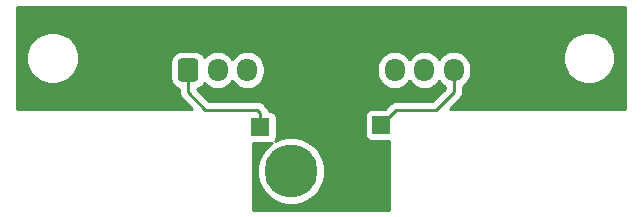
<source format=gbr>
%TF.GenerationSoftware,KiCad,Pcbnew,5.1.7-a382d34a8~88~ubuntu18.04.1*%
%TF.CreationDate,2021-01-07T11:27:00-05:00*%
%TF.ProjectId,DJI_to_xt30,444a495f-746f-45f7-9874-33302e6b6963,rev?*%
%TF.SameCoordinates,Original*%
%TF.FileFunction,Copper,L1,Top*%
%TF.FilePolarity,Positive*%
%FSLAX46Y46*%
G04 Gerber Fmt 4.6, Leading zero omitted, Abs format (unit mm)*
G04 Created by KiCad (PCBNEW 5.1.7-a382d34a8~88~ubuntu18.04.1) date 2021-01-07 11:27:00*
%MOMM*%
%LPD*%
G01*
G04 APERTURE LIST*
%TA.AperFunction,SMDPad,CuDef*%
%ADD10R,1.500000X1.500000*%
%TD*%
%TA.AperFunction,ComponentPad*%
%ADD11C,4.500000*%
%TD*%
%TA.AperFunction,ComponentPad*%
%ADD12O,1.700000X1.950000*%
%TD*%
%TA.AperFunction,Conductor*%
%ADD13C,0.250000*%
%TD*%
%TA.AperFunction,Conductor*%
%ADD14C,0.254000*%
%TD*%
%TA.AperFunction,Conductor*%
%ADD15C,0.100000*%
%TD*%
G04 APERTURE END LIST*
D10*
%TO.P,TP2,1*%
%TO.N,Net-(J1-Pad1)*%
X21290000Y-10840000D03*
%TD*%
%TO.P,TP1,1*%
%TO.N,Net-(J1-Pad10)*%
X31510000Y-10670000D03*
%TD*%
D11*
%TO.P,J2,1*%
%TO.N,GND*%
X23890000Y-14570000D03*
%TO.P,J2,2*%
%TO.N,+BATT*%
X28890000Y-14570000D03*
%TD*%
D12*
%TO.P,J1,10*%
%TO.N,Net-(J1-Pad10)*%
X37660500Y-6020000D03*
%TO.P,J1,9*%
%TO.N,GND*%
X35160500Y-6020000D03*
%TO.P,J1,8*%
X32660500Y-6020000D03*
%TO.P,J1,7*%
%TO.N,+BATT*%
X30160500Y-6020000D03*
%TO.P,J1,6*%
X27660500Y-6020000D03*
%TO.P,J1,5*%
X25160500Y-6020000D03*
%TO.P,J1,4*%
X22660500Y-6020000D03*
%TO.P,J1,3*%
%TO.N,GND*%
X20160500Y-6020000D03*
%TO.P,J1,2*%
X17660500Y-6020000D03*
%TO.P,J1,1*%
%TO.N,Net-(J1-Pad1)*%
%TA.AperFunction,ComponentPad*%
G36*
G01*
X14310500Y-6745000D02*
X14310500Y-5295000D01*
G75*
G02*
X14560500Y-5045000I250000J0D01*
G01*
X15760500Y-5045000D01*
G75*
G02*
X16010500Y-5295000I0J-250000D01*
G01*
X16010500Y-6745000D01*
G75*
G02*
X15760500Y-6995000I-250000J0D01*
G01*
X14560500Y-6995000D01*
G75*
G02*
X14310500Y-6745000I0J250000D01*
G01*
G37*
%TD.AperFunction*%
%TD*%
D13*
%TO.N,Net-(J1-Pad10)*%
X31510000Y-10670000D02*
X32760000Y-9420000D01*
X32760000Y-9420000D02*
X36160000Y-9420000D01*
X37660500Y-7919500D02*
X37660500Y-6020000D01*
X36160000Y-9420000D02*
X37660500Y-7919500D01*
%TO.N,Net-(J1-Pad1)*%
X15160500Y-6020000D02*
X15160500Y-7920500D01*
X15160500Y-7920500D02*
X16630000Y-9390000D01*
X16630000Y-9390000D02*
X21010000Y-9390000D01*
X21290000Y-9670000D02*
X21290000Y-10840000D01*
X21010000Y-9390000D02*
X21290000Y-9670000D01*
%TD*%
D14*
%TO.N,+BATT*%
X52140001Y-9340000D02*
X37314802Y-9340000D01*
X38171509Y-8483294D01*
X38200501Y-8459501D01*
X38224295Y-8430508D01*
X38224299Y-8430504D01*
X38295473Y-8343777D01*
X38295474Y-8343776D01*
X38366046Y-8211747D01*
X38409503Y-8068486D01*
X38420500Y-7956833D01*
X38420500Y-7956824D01*
X38424176Y-7919501D01*
X38420500Y-7882178D01*
X38420500Y-7422595D01*
X38489514Y-7385706D01*
X38715634Y-7200134D01*
X38901206Y-6974014D01*
X39039099Y-6716033D01*
X39124013Y-6436110D01*
X39145500Y-6217949D01*
X39145500Y-5822050D01*
X39124013Y-5603889D01*
X39039099Y-5323966D01*
X38901206Y-5065986D01*
X38715634Y-4839866D01*
X38642531Y-4779872D01*
X46865000Y-4779872D01*
X46865000Y-5220128D01*
X46950890Y-5651925D01*
X47119369Y-6058669D01*
X47363962Y-6424729D01*
X47675271Y-6736038D01*
X48041331Y-6980631D01*
X48448075Y-7149110D01*
X48879872Y-7235000D01*
X49320128Y-7235000D01*
X49751925Y-7149110D01*
X50158669Y-6980631D01*
X50524729Y-6736038D01*
X50836038Y-6424729D01*
X51080631Y-6058669D01*
X51249110Y-5651925D01*
X51335000Y-5220128D01*
X51335000Y-4779872D01*
X51249110Y-4348075D01*
X51080631Y-3941331D01*
X50836038Y-3575271D01*
X50524729Y-3263962D01*
X50158669Y-3019369D01*
X49751925Y-2850890D01*
X49320128Y-2765000D01*
X48879872Y-2765000D01*
X48448075Y-2850890D01*
X48041331Y-3019369D01*
X47675271Y-3263962D01*
X47363962Y-3575271D01*
X47119369Y-3941331D01*
X46950890Y-4348075D01*
X46865000Y-4779872D01*
X38642531Y-4779872D01*
X38489513Y-4654294D01*
X38231533Y-4516401D01*
X37951610Y-4431487D01*
X37660500Y-4402815D01*
X37369389Y-4431487D01*
X37089466Y-4516401D01*
X36831486Y-4654294D01*
X36605366Y-4839866D01*
X36419794Y-5065987D01*
X36410500Y-5083374D01*
X36401206Y-5065986D01*
X36215634Y-4839866D01*
X35989513Y-4654294D01*
X35731533Y-4516401D01*
X35451610Y-4431487D01*
X35160500Y-4402815D01*
X34869389Y-4431487D01*
X34589466Y-4516401D01*
X34331486Y-4654294D01*
X34105366Y-4839866D01*
X33919794Y-5065987D01*
X33910500Y-5083374D01*
X33901206Y-5065986D01*
X33715634Y-4839866D01*
X33489513Y-4654294D01*
X33231533Y-4516401D01*
X32951610Y-4431487D01*
X32660500Y-4402815D01*
X32369389Y-4431487D01*
X32089466Y-4516401D01*
X31831486Y-4654294D01*
X31605366Y-4839866D01*
X31419794Y-5065987D01*
X31281901Y-5323967D01*
X31196987Y-5603890D01*
X31175500Y-5822051D01*
X31175500Y-6217950D01*
X31196987Y-6436111D01*
X31281901Y-6716034D01*
X31419794Y-6974014D01*
X31605366Y-7200134D01*
X31831487Y-7385706D01*
X32089467Y-7523599D01*
X32369390Y-7608513D01*
X32660500Y-7637185D01*
X32951611Y-7608513D01*
X33231534Y-7523599D01*
X33489514Y-7385706D01*
X33715634Y-7200134D01*
X33901206Y-6974014D01*
X33910500Y-6956626D01*
X33919794Y-6974014D01*
X34105366Y-7200134D01*
X34331487Y-7385706D01*
X34589467Y-7523599D01*
X34869390Y-7608513D01*
X35160500Y-7637185D01*
X35451611Y-7608513D01*
X35731534Y-7523599D01*
X35989514Y-7385706D01*
X36215634Y-7200134D01*
X36401206Y-6974014D01*
X36410500Y-6956626D01*
X36419794Y-6974014D01*
X36605366Y-7200134D01*
X36831487Y-7385706D01*
X36900500Y-7422594D01*
X36900500Y-7604697D01*
X35845199Y-8660000D01*
X32797323Y-8660000D01*
X32760000Y-8656324D01*
X32722677Y-8660000D01*
X32722667Y-8660000D01*
X32611014Y-8670997D01*
X32467753Y-8714454D01*
X32335723Y-8785026D01*
X32285552Y-8826201D01*
X32219999Y-8879999D01*
X32196201Y-8908997D01*
X31823270Y-9281928D01*
X30760000Y-9281928D01*
X30635518Y-9294188D01*
X30515820Y-9330498D01*
X30405506Y-9389463D01*
X30308815Y-9468815D01*
X30229463Y-9565506D01*
X30170498Y-9675820D01*
X30134188Y-9795518D01*
X30121928Y-9920000D01*
X30121928Y-11420000D01*
X30134188Y-11544482D01*
X30170498Y-11664180D01*
X30229463Y-11774494D01*
X30308815Y-11871185D01*
X30405506Y-11950537D01*
X30515820Y-12009502D01*
X30635518Y-12045812D01*
X30760000Y-12058072D01*
X32140000Y-12058072D01*
X32140001Y-17900000D01*
X20660000Y-17900000D01*
X20660000Y-12228072D01*
X22040000Y-12228072D01*
X22164482Y-12215812D01*
X22266946Y-12184730D01*
X22050920Y-12329074D01*
X21649074Y-12730920D01*
X21333346Y-13203440D01*
X21115869Y-13728477D01*
X21005000Y-14285852D01*
X21005000Y-14854148D01*
X21115869Y-15411523D01*
X21333346Y-15936560D01*
X21649074Y-16409080D01*
X22050920Y-16810926D01*
X22523440Y-17126654D01*
X23048477Y-17344131D01*
X23605852Y-17455000D01*
X24174148Y-17455000D01*
X24731523Y-17344131D01*
X25256560Y-17126654D01*
X25729080Y-16810926D01*
X26130926Y-16409080D01*
X26446654Y-15936560D01*
X26664131Y-15411523D01*
X26775000Y-14854148D01*
X26775000Y-14285852D01*
X26664131Y-13728477D01*
X26446654Y-13203440D01*
X26130926Y-12730920D01*
X25729080Y-12329074D01*
X25256560Y-12013346D01*
X24731523Y-11795869D01*
X24174148Y-11685000D01*
X23605852Y-11685000D01*
X23048477Y-11795869D01*
X22523440Y-12013346D01*
X22502609Y-12027265D01*
X22570537Y-11944494D01*
X22629502Y-11834180D01*
X22665812Y-11714482D01*
X22678072Y-11590000D01*
X22678072Y-10090000D01*
X22665812Y-9965518D01*
X22629502Y-9845820D01*
X22570537Y-9735506D01*
X22491185Y-9638815D01*
X22394494Y-9559463D01*
X22284180Y-9500498D01*
X22164482Y-9464188D01*
X22040000Y-9451928D01*
X22018046Y-9451928D01*
X21995546Y-9377753D01*
X21924974Y-9245724D01*
X21830001Y-9129999D01*
X21800998Y-9106197D01*
X21573804Y-8879003D01*
X21550001Y-8849999D01*
X21434276Y-8755026D01*
X21302247Y-8684454D01*
X21158986Y-8640997D01*
X21047333Y-8630000D01*
X21047322Y-8630000D01*
X21010000Y-8626324D01*
X20972678Y-8630000D01*
X16944802Y-8630000D01*
X15931073Y-7616272D01*
X15933754Y-7616008D01*
X16100350Y-7565472D01*
X16253886Y-7483405D01*
X16388462Y-7372962D01*
X16498905Y-7238386D01*
X16553277Y-7136663D01*
X16605366Y-7200134D01*
X16831487Y-7385706D01*
X17089467Y-7523599D01*
X17369390Y-7608513D01*
X17660500Y-7637185D01*
X17951611Y-7608513D01*
X18231534Y-7523599D01*
X18489514Y-7385706D01*
X18715634Y-7200134D01*
X18901206Y-6974014D01*
X18910500Y-6956626D01*
X18919794Y-6974014D01*
X19105366Y-7200134D01*
X19331487Y-7385706D01*
X19589467Y-7523599D01*
X19869390Y-7608513D01*
X20160500Y-7637185D01*
X20451611Y-7608513D01*
X20731534Y-7523599D01*
X20989514Y-7385706D01*
X21215634Y-7200134D01*
X21401206Y-6974014D01*
X21539099Y-6716033D01*
X21624013Y-6436110D01*
X21645500Y-6217949D01*
X21645500Y-5822050D01*
X21624013Y-5603889D01*
X21539099Y-5323966D01*
X21401206Y-5065986D01*
X21215634Y-4839866D01*
X20989513Y-4654294D01*
X20731533Y-4516401D01*
X20451610Y-4431487D01*
X20160500Y-4402815D01*
X19869389Y-4431487D01*
X19589466Y-4516401D01*
X19331486Y-4654294D01*
X19105366Y-4839866D01*
X18919794Y-5065987D01*
X18910500Y-5083374D01*
X18901206Y-5065986D01*
X18715634Y-4839866D01*
X18489513Y-4654294D01*
X18231533Y-4516401D01*
X17951610Y-4431487D01*
X17660500Y-4402815D01*
X17369389Y-4431487D01*
X17089466Y-4516401D01*
X16831486Y-4654294D01*
X16605366Y-4839866D01*
X16553277Y-4903337D01*
X16498905Y-4801614D01*
X16388462Y-4667038D01*
X16253886Y-4556595D01*
X16100350Y-4474528D01*
X15933754Y-4423992D01*
X15760500Y-4406928D01*
X14560500Y-4406928D01*
X14387246Y-4423992D01*
X14220650Y-4474528D01*
X14067114Y-4556595D01*
X13932538Y-4667038D01*
X13822095Y-4801614D01*
X13740028Y-4955150D01*
X13689492Y-5121746D01*
X13672428Y-5295000D01*
X13672428Y-6745000D01*
X13689492Y-6918254D01*
X13740028Y-7084850D01*
X13822095Y-7238386D01*
X13932538Y-7372962D01*
X14067114Y-7483405D01*
X14220650Y-7565472D01*
X14387246Y-7616008D01*
X14400501Y-7617313D01*
X14400501Y-7883168D01*
X14396824Y-7920500D01*
X14400501Y-7957833D01*
X14411400Y-8068485D01*
X14411498Y-8069485D01*
X14454954Y-8212746D01*
X14525526Y-8344776D01*
X14595882Y-8430504D01*
X14620500Y-8460501D01*
X14649498Y-8484299D01*
X15505198Y-9340000D01*
X660000Y-9340000D01*
X660000Y-4779872D01*
X1465000Y-4779872D01*
X1465000Y-5220128D01*
X1550890Y-5651925D01*
X1719369Y-6058669D01*
X1963962Y-6424729D01*
X2275271Y-6736038D01*
X2641331Y-6980631D01*
X3048075Y-7149110D01*
X3479872Y-7235000D01*
X3920128Y-7235000D01*
X4351925Y-7149110D01*
X4758669Y-6980631D01*
X5124729Y-6736038D01*
X5436038Y-6424729D01*
X5680631Y-6058669D01*
X5849110Y-5651925D01*
X5935000Y-5220128D01*
X5935000Y-4779872D01*
X5849110Y-4348075D01*
X5680631Y-3941331D01*
X5436038Y-3575271D01*
X5124729Y-3263962D01*
X4758669Y-3019369D01*
X4351925Y-2850890D01*
X3920128Y-2765000D01*
X3479872Y-2765000D01*
X3048075Y-2850890D01*
X2641331Y-3019369D01*
X2275271Y-3263962D01*
X1963962Y-3575271D01*
X1719369Y-3941331D01*
X1550890Y-4348075D01*
X1465000Y-4779872D01*
X660000Y-4779872D01*
X660000Y-660000D01*
X52140000Y-660000D01*
X52140001Y-9340000D01*
%TA.AperFunction,Conductor*%
D15*
G36*
X52140001Y-9340000D02*
G01*
X37314802Y-9340000D01*
X38171509Y-8483294D01*
X38200501Y-8459501D01*
X38224295Y-8430508D01*
X38224299Y-8430504D01*
X38295473Y-8343777D01*
X38295474Y-8343776D01*
X38366046Y-8211747D01*
X38409503Y-8068486D01*
X38420500Y-7956833D01*
X38420500Y-7956824D01*
X38424176Y-7919501D01*
X38420500Y-7882178D01*
X38420500Y-7422595D01*
X38489514Y-7385706D01*
X38715634Y-7200134D01*
X38901206Y-6974014D01*
X39039099Y-6716033D01*
X39124013Y-6436110D01*
X39145500Y-6217949D01*
X39145500Y-5822050D01*
X39124013Y-5603889D01*
X39039099Y-5323966D01*
X38901206Y-5065986D01*
X38715634Y-4839866D01*
X38642531Y-4779872D01*
X46865000Y-4779872D01*
X46865000Y-5220128D01*
X46950890Y-5651925D01*
X47119369Y-6058669D01*
X47363962Y-6424729D01*
X47675271Y-6736038D01*
X48041331Y-6980631D01*
X48448075Y-7149110D01*
X48879872Y-7235000D01*
X49320128Y-7235000D01*
X49751925Y-7149110D01*
X50158669Y-6980631D01*
X50524729Y-6736038D01*
X50836038Y-6424729D01*
X51080631Y-6058669D01*
X51249110Y-5651925D01*
X51335000Y-5220128D01*
X51335000Y-4779872D01*
X51249110Y-4348075D01*
X51080631Y-3941331D01*
X50836038Y-3575271D01*
X50524729Y-3263962D01*
X50158669Y-3019369D01*
X49751925Y-2850890D01*
X49320128Y-2765000D01*
X48879872Y-2765000D01*
X48448075Y-2850890D01*
X48041331Y-3019369D01*
X47675271Y-3263962D01*
X47363962Y-3575271D01*
X47119369Y-3941331D01*
X46950890Y-4348075D01*
X46865000Y-4779872D01*
X38642531Y-4779872D01*
X38489513Y-4654294D01*
X38231533Y-4516401D01*
X37951610Y-4431487D01*
X37660500Y-4402815D01*
X37369389Y-4431487D01*
X37089466Y-4516401D01*
X36831486Y-4654294D01*
X36605366Y-4839866D01*
X36419794Y-5065987D01*
X36410500Y-5083374D01*
X36401206Y-5065986D01*
X36215634Y-4839866D01*
X35989513Y-4654294D01*
X35731533Y-4516401D01*
X35451610Y-4431487D01*
X35160500Y-4402815D01*
X34869389Y-4431487D01*
X34589466Y-4516401D01*
X34331486Y-4654294D01*
X34105366Y-4839866D01*
X33919794Y-5065987D01*
X33910500Y-5083374D01*
X33901206Y-5065986D01*
X33715634Y-4839866D01*
X33489513Y-4654294D01*
X33231533Y-4516401D01*
X32951610Y-4431487D01*
X32660500Y-4402815D01*
X32369389Y-4431487D01*
X32089466Y-4516401D01*
X31831486Y-4654294D01*
X31605366Y-4839866D01*
X31419794Y-5065987D01*
X31281901Y-5323967D01*
X31196987Y-5603890D01*
X31175500Y-5822051D01*
X31175500Y-6217950D01*
X31196987Y-6436111D01*
X31281901Y-6716034D01*
X31419794Y-6974014D01*
X31605366Y-7200134D01*
X31831487Y-7385706D01*
X32089467Y-7523599D01*
X32369390Y-7608513D01*
X32660500Y-7637185D01*
X32951611Y-7608513D01*
X33231534Y-7523599D01*
X33489514Y-7385706D01*
X33715634Y-7200134D01*
X33901206Y-6974014D01*
X33910500Y-6956626D01*
X33919794Y-6974014D01*
X34105366Y-7200134D01*
X34331487Y-7385706D01*
X34589467Y-7523599D01*
X34869390Y-7608513D01*
X35160500Y-7637185D01*
X35451611Y-7608513D01*
X35731534Y-7523599D01*
X35989514Y-7385706D01*
X36215634Y-7200134D01*
X36401206Y-6974014D01*
X36410500Y-6956626D01*
X36419794Y-6974014D01*
X36605366Y-7200134D01*
X36831487Y-7385706D01*
X36900500Y-7422594D01*
X36900500Y-7604697D01*
X35845199Y-8660000D01*
X32797323Y-8660000D01*
X32760000Y-8656324D01*
X32722677Y-8660000D01*
X32722667Y-8660000D01*
X32611014Y-8670997D01*
X32467753Y-8714454D01*
X32335723Y-8785026D01*
X32285552Y-8826201D01*
X32219999Y-8879999D01*
X32196201Y-8908997D01*
X31823270Y-9281928D01*
X30760000Y-9281928D01*
X30635518Y-9294188D01*
X30515820Y-9330498D01*
X30405506Y-9389463D01*
X30308815Y-9468815D01*
X30229463Y-9565506D01*
X30170498Y-9675820D01*
X30134188Y-9795518D01*
X30121928Y-9920000D01*
X30121928Y-11420000D01*
X30134188Y-11544482D01*
X30170498Y-11664180D01*
X30229463Y-11774494D01*
X30308815Y-11871185D01*
X30405506Y-11950537D01*
X30515820Y-12009502D01*
X30635518Y-12045812D01*
X30760000Y-12058072D01*
X32140000Y-12058072D01*
X32140001Y-17900000D01*
X20660000Y-17900000D01*
X20660000Y-12228072D01*
X22040000Y-12228072D01*
X22164482Y-12215812D01*
X22266946Y-12184730D01*
X22050920Y-12329074D01*
X21649074Y-12730920D01*
X21333346Y-13203440D01*
X21115869Y-13728477D01*
X21005000Y-14285852D01*
X21005000Y-14854148D01*
X21115869Y-15411523D01*
X21333346Y-15936560D01*
X21649074Y-16409080D01*
X22050920Y-16810926D01*
X22523440Y-17126654D01*
X23048477Y-17344131D01*
X23605852Y-17455000D01*
X24174148Y-17455000D01*
X24731523Y-17344131D01*
X25256560Y-17126654D01*
X25729080Y-16810926D01*
X26130926Y-16409080D01*
X26446654Y-15936560D01*
X26664131Y-15411523D01*
X26775000Y-14854148D01*
X26775000Y-14285852D01*
X26664131Y-13728477D01*
X26446654Y-13203440D01*
X26130926Y-12730920D01*
X25729080Y-12329074D01*
X25256560Y-12013346D01*
X24731523Y-11795869D01*
X24174148Y-11685000D01*
X23605852Y-11685000D01*
X23048477Y-11795869D01*
X22523440Y-12013346D01*
X22502609Y-12027265D01*
X22570537Y-11944494D01*
X22629502Y-11834180D01*
X22665812Y-11714482D01*
X22678072Y-11590000D01*
X22678072Y-10090000D01*
X22665812Y-9965518D01*
X22629502Y-9845820D01*
X22570537Y-9735506D01*
X22491185Y-9638815D01*
X22394494Y-9559463D01*
X22284180Y-9500498D01*
X22164482Y-9464188D01*
X22040000Y-9451928D01*
X22018046Y-9451928D01*
X21995546Y-9377753D01*
X21924974Y-9245724D01*
X21830001Y-9129999D01*
X21800998Y-9106197D01*
X21573804Y-8879003D01*
X21550001Y-8849999D01*
X21434276Y-8755026D01*
X21302247Y-8684454D01*
X21158986Y-8640997D01*
X21047333Y-8630000D01*
X21047322Y-8630000D01*
X21010000Y-8626324D01*
X20972678Y-8630000D01*
X16944802Y-8630000D01*
X15931073Y-7616272D01*
X15933754Y-7616008D01*
X16100350Y-7565472D01*
X16253886Y-7483405D01*
X16388462Y-7372962D01*
X16498905Y-7238386D01*
X16553277Y-7136663D01*
X16605366Y-7200134D01*
X16831487Y-7385706D01*
X17089467Y-7523599D01*
X17369390Y-7608513D01*
X17660500Y-7637185D01*
X17951611Y-7608513D01*
X18231534Y-7523599D01*
X18489514Y-7385706D01*
X18715634Y-7200134D01*
X18901206Y-6974014D01*
X18910500Y-6956626D01*
X18919794Y-6974014D01*
X19105366Y-7200134D01*
X19331487Y-7385706D01*
X19589467Y-7523599D01*
X19869390Y-7608513D01*
X20160500Y-7637185D01*
X20451611Y-7608513D01*
X20731534Y-7523599D01*
X20989514Y-7385706D01*
X21215634Y-7200134D01*
X21401206Y-6974014D01*
X21539099Y-6716033D01*
X21624013Y-6436110D01*
X21645500Y-6217949D01*
X21645500Y-5822050D01*
X21624013Y-5603889D01*
X21539099Y-5323966D01*
X21401206Y-5065986D01*
X21215634Y-4839866D01*
X20989513Y-4654294D01*
X20731533Y-4516401D01*
X20451610Y-4431487D01*
X20160500Y-4402815D01*
X19869389Y-4431487D01*
X19589466Y-4516401D01*
X19331486Y-4654294D01*
X19105366Y-4839866D01*
X18919794Y-5065987D01*
X18910500Y-5083374D01*
X18901206Y-5065986D01*
X18715634Y-4839866D01*
X18489513Y-4654294D01*
X18231533Y-4516401D01*
X17951610Y-4431487D01*
X17660500Y-4402815D01*
X17369389Y-4431487D01*
X17089466Y-4516401D01*
X16831486Y-4654294D01*
X16605366Y-4839866D01*
X16553277Y-4903337D01*
X16498905Y-4801614D01*
X16388462Y-4667038D01*
X16253886Y-4556595D01*
X16100350Y-4474528D01*
X15933754Y-4423992D01*
X15760500Y-4406928D01*
X14560500Y-4406928D01*
X14387246Y-4423992D01*
X14220650Y-4474528D01*
X14067114Y-4556595D01*
X13932538Y-4667038D01*
X13822095Y-4801614D01*
X13740028Y-4955150D01*
X13689492Y-5121746D01*
X13672428Y-5295000D01*
X13672428Y-6745000D01*
X13689492Y-6918254D01*
X13740028Y-7084850D01*
X13822095Y-7238386D01*
X13932538Y-7372962D01*
X14067114Y-7483405D01*
X14220650Y-7565472D01*
X14387246Y-7616008D01*
X14400501Y-7617313D01*
X14400501Y-7883168D01*
X14396824Y-7920500D01*
X14400501Y-7957833D01*
X14411400Y-8068485D01*
X14411498Y-8069485D01*
X14454954Y-8212746D01*
X14525526Y-8344776D01*
X14595882Y-8430504D01*
X14620500Y-8460501D01*
X14649498Y-8484299D01*
X15505198Y-9340000D01*
X660000Y-9340000D01*
X660000Y-4779872D01*
X1465000Y-4779872D01*
X1465000Y-5220128D01*
X1550890Y-5651925D01*
X1719369Y-6058669D01*
X1963962Y-6424729D01*
X2275271Y-6736038D01*
X2641331Y-6980631D01*
X3048075Y-7149110D01*
X3479872Y-7235000D01*
X3920128Y-7235000D01*
X4351925Y-7149110D01*
X4758669Y-6980631D01*
X5124729Y-6736038D01*
X5436038Y-6424729D01*
X5680631Y-6058669D01*
X5849110Y-5651925D01*
X5935000Y-5220128D01*
X5935000Y-4779872D01*
X5849110Y-4348075D01*
X5680631Y-3941331D01*
X5436038Y-3575271D01*
X5124729Y-3263962D01*
X4758669Y-3019369D01*
X4351925Y-2850890D01*
X3920128Y-2765000D01*
X3479872Y-2765000D01*
X3048075Y-2850890D01*
X2641331Y-3019369D01*
X2275271Y-3263962D01*
X1963962Y-3575271D01*
X1719369Y-3941331D01*
X1550890Y-4348075D01*
X1465000Y-4779872D01*
X660000Y-4779872D01*
X660000Y-660000D01*
X52140000Y-660000D01*
X52140001Y-9340000D01*
G37*
%TD.AperFunction*%
%TD*%
M02*

</source>
